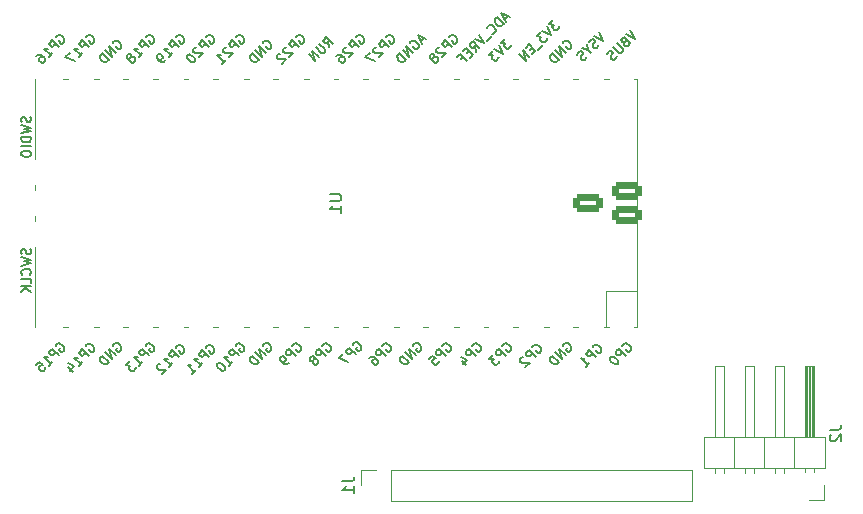
<source format=gbr>
%TF.GenerationSoftware,KiCad,Pcbnew,(6.0.6)*%
%TF.CreationDate,2022-08-15T00:38:18+08:00*%
%TF.ProjectId,15k-macropad-pico,31356b2d-6d61-4637-926f-7061642d7069,rev?*%
%TF.SameCoordinates,Original*%
%TF.FileFunction,Legend,Bot*%
%TF.FilePolarity,Positive*%
%FSLAX46Y46*%
G04 Gerber Fmt 4.6, Leading zero omitted, Abs format (unit mm)*
G04 Created by KiCad (PCBNEW (6.0.6)) date 2022-08-15 00:38:18*
%MOMM*%
%LPD*%
G01*
G04 APERTURE LIST*
G04 Aperture macros list*
%AMRoundRect*
0 Rectangle with rounded corners*
0 $1 Rounding radius*
0 $2 $3 $4 $5 $6 $7 $8 $9 X,Y pos of 4 corners*
0 Add a 4 corners polygon primitive as box body*
4,1,4,$2,$3,$4,$5,$6,$7,$8,$9,$2,$3,0*
0 Add four circle primitives for the rounded corners*
1,1,$1+$1,$2,$3*
1,1,$1+$1,$4,$5*
1,1,$1+$1,$6,$7*
1,1,$1+$1,$8,$9*
0 Add four rect primitives between the rounded corners*
20,1,$1+$1,$2,$3,$4,$5,0*
20,1,$1+$1,$4,$5,$6,$7,0*
20,1,$1+$1,$6,$7,$8,$9,0*
20,1,$1+$1,$8,$9,$2,$3,0*%
G04 Aperture macros list end*
%ADD10C,0.150000*%
%ADD11C,0.120000*%
%ADD12C,2.200000*%
%ADD13C,2.100000*%
%ADD14R,1.700000X3.500000*%
%ADD15O,1.700000X1.700000*%
%ADD16R,1.700000X1.700000*%
%ADD17R,3.500000X1.700000*%
%ADD18RoundRect,0.300000X0.950000X-0.450000X0.950000X0.450000X-0.950000X0.450000X-0.950000X-0.450000X0*%
G04 APERTURE END LIST*
D10*
%TO.C,U1*%
X140984880Y-74549095D02*
X141794404Y-74549095D01*
X141889642Y-74596714D01*
X141937261Y-74644333D01*
X141984880Y-74739571D01*
X141984880Y-74930047D01*
X141937261Y-75025285D01*
X141889642Y-75072904D01*
X141794404Y-75120523D01*
X140984880Y-75120523D01*
X141984880Y-76120523D02*
X141984880Y-75549095D01*
X141984880Y-75834809D02*
X140984880Y-75834809D01*
X141127738Y-75739571D01*
X141222976Y-75644333D01*
X141270595Y-75549095D01*
X120333092Y-87454722D02*
X120360029Y-87373910D01*
X120440841Y-87293097D01*
X120548591Y-87239223D01*
X120656341Y-87239223D01*
X120737153Y-87266160D01*
X120871840Y-87346972D01*
X120952652Y-87427784D01*
X121033464Y-87562471D01*
X121060402Y-87643284D01*
X121060402Y-87751033D01*
X121006527Y-87858783D01*
X120952652Y-87912658D01*
X120844902Y-87966532D01*
X120791028Y-87966532D01*
X120602466Y-87777971D01*
X120710215Y-87670221D01*
X120602466Y-88262844D02*
X120036780Y-87697158D01*
X119821281Y-87912658D01*
X119794344Y-87993470D01*
X119794344Y-88047345D01*
X119821281Y-88128157D01*
X119902093Y-88208969D01*
X119982906Y-88235906D01*
X120036780Y-88235906D01*
X120117593Y-88208969D01*
X120333092Y-87993470D01*
X119740469Y-89124841D02*
X120063718Y-88801592D01*
X119902093Y-88963216D02*
X119336408Y-88397531D01*
X119471095Y-88424468D01*
X119578845Y-88424468D01*
X119659657Y-88397531D01*
X118878472Y-89232590D02*
X119255596Y-89609714D01*
X118797660Y-88882404D02*
X119336408Y-89151778D01*
X118986222Y-89501964D01*
X120333092Y-61300722D02*
X120360029Y-61219910D01*
X120440841Y-61139097D01*
X120548591Y-61085223D01*
X120656341Y-61085223D01*
X120737153Y-61112160D01*
X120871840Y-61192972D01*
X120952652Y-61273784D01*
X121033464Y-61408471D01*
X121060402Y-61489284D01*
X121060402Y-61597033D01*
X121006527Y-61704783D01*
X120952652Y-61758658D01*
X120844902Y-61812532D01*
X120791028Y-61812532D01*
X120602466Y-61623971D01*
X120710215Y-61516221D01*
X120602466Y-62108844D02*
X120036780Y-61543158D01*
X119821281Y-61758658D01*
X119794344Y-61839470D01*
X119794344Y-61893345D01*
X119821281Y-61974157D01*
X119902093Y-62054969D01*
X119982906Y-62081906D01*
X120036780Y-62081906D01*
X120117593Y-62054969D01*
X120333092Y-61839470D01*
X119740469Y-62970841D02*
X120063718Y-62647592D01*
X119902093Y-62809216D02*
X119336408Y-62243531D01*
X119471095Y-62270468D01*
X119578845Y-62270468D01*
X119659657Y-62243531D01*
X118986222Y-62593717D02*
X118609098Y-62970841D01*
X119417220Y-63294089D01*
X159890808Y-59833131D02*
X159540622Y-60183317D01*
X159944683Y-60210255D01*
X159863870Y-60291067D01*
X159836933Y-60371879D01*
X159836933Y-60425754D01*
X159863870Y-60506566D01*
X159998557Y-60641253D01*
X160079370Y-60668190D01*
X160133244Y-60668190D01*
X160214057Y-60641253D01*
X160375681Y-60479629D01*
X160402618Y-60398816D01*
X160402618Y-60344942D01*
X159378997Y-60344942D02*
X159756121Y-61099189D01*
X159001874Y-60722065D01*
X158867187Y-60856752D02*
X158517000Y-61206938D01*
X158921061Y-61233876D01*
X158840249Y-61314688D01*
X158813312Y-61395500D01*
X158813312Y-61449375D01*
X158840249Y-61530187D01*
X158974936Y-61664874D01*
X159055748Y-61691812D01*
X159109623Y-61691812D01*
X159190435Y-61664874D01*
X159352060Y-61503250D01*
X159378997Y-61422438D01*
X159378997Y-61368563D01*
X159028811Y-61934248D02*
X158597812Y-62365247D01*
X158112939Y-62149748D02*
X157924377Y-62338309D01*
X158139877Y-62715433D02*
X158409251Y-62446059D01*
X157843565Y-61880374D01*
X157574191Y-62149748D01*
X157897440Y-62957870D02*
X157331755Y-62392184D01*
X157574191Y-63281118D01*
X157008506Y-62715433D01*
X130493092Y-87554722D02*
X130520029Y-87473910D01*
X130600841Y-87393097D01*
X130708591Y-87339223D01*
X130816341Y-87339223D01*
X130897153Y-87366160D01*
X131031840Y-87446972D01*
X131112652Y-87527784D01*
X131193464Y-87662471D01*
X131220402Y-87743284D01*
X131220402Y-87851033D01*
X131166527Y-87958783D01*
X131112652Y-88012658D01*
X131004902Y-88066532D01*
X130951028Y-88066532D01*
X130762466Y-87877971D01*
X130870215Y-87770221D01*
X130762466Y-88362844D02*
X130196780Y-87797158D01*
X129981281Y-88012658D01*
X129954344Y-88093470D01*
X129954344Y-88147345D01*
X129981281Y-88228157D01*
X130062093Y-88308969D01*
X130142906Y-88335906D01*
X130196780Y-88335906D01*
X130277593Y-88308969D01*
X130493092Y-88093470D01*
X129900469Y-89224841D02*
X130223718Y-88901592D01*
X130062093Y-89063216D02*
X129496408Y-88497531D01*
X129631095Y-88524468D01*
X129738845Y-88524468D01*
X129819657Y-88497531D01*
X129361721Y-89763589D02*
X129684970Y-89440340D01*
X129523345Y-89601964D02*
X128957660Y-89036279D01*
X129092347Y-89063216D01*
X129200097Y-89063216D01*
X129280909Y-89036279D01*
X140935935Y-62149375D02*
X140855122Y-61691439D01*
X141259183Y-61826126D02*
X140693498Y-61260441D01*
X140477999Y-61475940D01*
X140451061Y-61556752D01*
X140451061Y-61610627D01*
X140477999Y-61691439D01*
X140558811Y-61772251D01*
X140639623Y-61799189D01*
X140693498Y-61799189D01*
X140774310Y-61772251D01*
X140989809Y-61556752D01*
X140127812Y-61826126D02*
X140585748Y-62284062D01*
X140612686Y-62364874D01*
X140612686Y-62418749D01*
X140585748Y-62499561D01*
X140477999Y-62607311D01*
X140397187Y-62634248D01*
X140343312Y-62634248D01*
X140262500Y-62607311D01*
X139804564Y-62149375D01*
X140100875Y-62984435D02*
X139535190Y-62418749D01*
X139777626Y-63307683D01*
X139211941Y-62741998D01*
X125413092Y-61300722D02*
X125440029Y-61219910D01*
X125520841Y-61139097D01*
X125628591Y-61085223D01*
X125736341Y-61085223D01*
X125817153Y-61112160D01*
X125951840Y-61192972D01*
X126032652Y-61273784D01*
X126113464Y-61408471D01*
X126140402Y-61489284D01*
X126140402Y-61597033D01*
X126086527Y-61704783D01*
X126032652Y-61758658D01*
X125924902Y-61812532D01*
X125871028Y-61812532D01*
X125682466Y-61623971D01*
X125790215Y-61516221D01*
X125682466Y-62108844D02*
X125116780Y-61543158D01*
X124901281Y-61758658D01*
X124874344Y-61839470D01*
X124874344Y-61893345D01*
X124901281Y-61974157D01*
X124982093Y-62054969D01*
X125062906Y-62081906D01*
X125116780Y-62081906D01*
X125197593Y-62054969D01*
X125413092Y-61839470D01*
X124820469Y-62970841D02*
X125143718Y-62647592D01*
X124982093Y-62809216D02*
X124416408Y-62243531D01*
X124551095Y-62270468D01*
X124658845Y-62270468D01*
X124739657Y-62243531D01*
X124173971Y-62970841D02*
X124200909Y-62890028D01*
X124200909Y-62836154D01*
X124173971Y-62755341D01*
X124147034Y-62728404D01*
X124066222Y-62701467D01*
X124012347Y-62701467D01*
X123931535Y-62728404D01*
X123823785Y-62836154D01*
X123796848Y-62916966D01*
X123796848Y-62970841D01*
X123823785Y-63051653D01*
X123850723Y-63078590D01*
X123931535Y-63105528D01*
X123985410Y-63105528D01*
X124066222Y-63078590D01*
X124173971Y-62970841D01*
X124254784Y-62943903D01*
X124308658Y-62943903D01*
X124389471Y-62970841D01*
X124497220Y-63078590D01*
X124524158Y-63159402D01*
X124524158Y-63213277D01*
X124497220Y-63294089D01*
X124389471Y-63401839D01*
X124308658Y-63428776D01*
X124254784Y-63428776D01*
X124173971Y-63401839D01*
X124066222Y-63294089D01*
X124039284Y-63213277D01*
X124039284Y-63159402D01*
X124066222Y-63078590D01*
X143193092Y-61300722D02*
X143220029Y-61219910D01*
X143300841Y-61139097D01*
X143408591Y-61085223D01*
X143516341Y-61085223D01*
X143597153Y-61112160D01*
X143731840Y-61192972D01*
X143812652Y-61273784D01*
X143893464Y-61408471D01*
X143920402Y-61489284D01*
X143920402Y-61597033D01*
X143866527Y-61704783D01*
X143812652Y-61758658D01*
X143704902Y-61812532D01*
X143651028Y-61812532D01*
X143462466Y-61623971D01*
X143570215Y-61516221D01*
X143462466Y-62108844D02*
X142896780Y-61543158D01*
X142681281Y-61758658D01*
X142654344Y-61839470D01*
X142654344Y-61893345D01*
X142681281Y-61974157D01*
X142762093Y-62054969D01*
X142842906Y-62081906D01*
X142896780Y-62081906D01*
X142977593Y-62054969D01*
X143193092Y-61839470D01*
X142411907Y-62135781D02*
X142358032Y-62135781D01*
X142277220Y-62162719D01*
X142142533Y-62297406D01*
X142115596Y-62378218D01*
X142115596Y-62432093D01*
X142142533Y-62512905D01*
X142196408Y-62566780D01*
X142304158Y-62620654D01*
X142950655Y-62620654D01*
X142600469Y-62970841D01*
X141549910Y-62890028D02*
X141657660Y-62782279D01*
X141738472Y-62755341D01*
X141792347Y-62755341D01*
X141927034Y-62782279D01*
X142061721Y-62863091D01*
X142277220Y-63078590D01*
X142304158Y-63159402D01*
X142304158Y-63213277D01*
X142277220Y-63294089D01*
X142169471Y-63401839D01*
X142088658Y-63428776D01*
X142034784Y-63428776D01*
X141953971Y-63401839D01*
X141819284Y-63267152D01*
X141792347Y-63186340D01*
X141792347Y-63132465D01*
X141819284Y-63051653D01*
X141927034Y-62943903D01*
X142007846Y-62916966D01*
X142061721Y-62916966D01*
X142142533Y-62943903D01*
X163253718Y-87524096D02*
X163280655Y-87443284D01*
X163361467Y-87362471D01*
X163469217Y-87308597D01*
X163576967Y-87308597D01*
X163657779Y-87335534D01*
X163792466Y-87416346D01*
X163873278Y-87497158D01*
X163954090Y-87631845D01*
X163981028Y-87712658D01*
X163981028Y-87820407D01*
X163927153Y-87928157D01*
X163873278Y-87982032D01*
X163765528Y-88035906D01*
X163711654Y-88035906D01*
X163523092Y-87847345D01*
X163630841Y-87739595D01*
X163523092Y-88332218D02*
X162957406Y-87766532D01*
X162741907Y-87982032D01*
X162714970Y-88062844D01*
X162714970Y-88116719D01*
X162741907Y-88197531D01*
X162822719Y-88278343D01*
X162903532Y-88305280D01*
X162957406Y-88305280D01*
X163038219Y-88278343D01*
X163253718Y-88062844D01*
X162661095Y-89194215D02*
X162984344Y-88870966D01*
X162822719Y-89032590D02*
X162257034Y-88466905D01*
X162391721Y-88493842D01*
X162499471Y-88493842D01*
X162580283Y-88466905D01*
X150543718Y-87424096D02*
X150570655Y-87343284D01*
X150651467Y-87262471D01*
X150759217Y-87208597D01*
X150866967Y-87208597D01*
X150947779Y-87235534D01*
X151082466Y-87316346D01*
X151163278Y-87397158D01*
X151244090Y-87531845D01*
X151271028Y-87612658D01*
X151271028Y-87720407D01*
X151217153Y-87828157D01*
X151163278Y-87882032D01*
X151055528Y-87935906D01*
X151001654Y-87935906D01*
X150813092Y-87747345D01*
X150920841Y-87639595D01*
X150813092Y-88232218D02*
X150247406Y-87666532D01*
X150031907Y-87882032D01*
X150004970Y-87962844D01*
X150004970Y-88016719D01*
X150031907Y-88097531D01*
X150112719Y-88178343D01*
X150193532Y-88205280D01*
X150247406Y-88205280D01*
X150328219Y-88178343D01*
X150543718Y-87962844D01*
X149412347Y-88501592D02*
X149681721Y-88232218D01*
X149978032Y-88474654D01*
X149924158Y-88474654D01*
X149843345Y-88501592D01*
X149708658Y-88636279D01*
X149681721Y-88717091D01*
X149681721Y-88770966D01*
X149708658Y-88851778D01*
X149843345Y-88986465D01*
X149924158Y-89013402D01*
X149978032Y-89013402D01*
X150058845Y-88986465D01*
X150193532Y-88851778D01*
X150220469Y-88770966D01*
X150220469Y-88717091D01*
X137843718Y-87424096D02*
X137870655Y-87343284D01*
X137951467Y-87262471D01*
X138059217Y-87208597D01*
X138166967Y-87208597D01*
X138247779Y-87235534D01*
X138382466Y-87316346D01*
X138463278Y-87397158D01*
X138544090Y-87531845D01*
X138571028Y-87612658D01*
X138571028Y-87720407D01*
X138517153Y-87828157D01*
X138463278Y-87882032D01*
X138355528Y-87935906D01*
X138301654Y-87935906D01*
X138113092Y-87747345D01*
X138220841Y-87639595D01*
X138113092Y-88232218D02*
X137547406Y-87666532D01*
X137331907Y-87882032D01*
X137304970Y-87962844D01*
X137304970Y-88016719D01*
X137331907Y-88097531D01*
X137412719Y-88178343D01*
X137493532Y-88205280D01*
X137547406Y-88205280D01*
X137628219Y-88178343D01*
X137843718Y-87962844D01*
X137520469Y-88824841D02*
X137412719Y-88932590D01*
X137331907Y-88959528D01*
X137278032Y-88959528D01*
X137143345Y-88932590D01*
X137008658Y-88851778D01*
X136793159Y-88636279D01*
X136766222Y-88555467D01*
X136766222Y-88501592D01*
X136793159Y-88420780D01*
X136900909Y-88313030D01*
X136981721Y-88286093D01*
X137035596Y-88286093D01*
X137116408Y-88313030D01*
X137251095Y-88447717D01*
X137278032Y-88528529D01*
X137278032Y-88582404D01*
X137251095Y-88663216D01*
X137143345Y-88770966D01*
X137062533Y-88797903D01*
X137008658Y-88797903D01*
X136927846Y-88770966D01*
X117793092Y-61300722D02*
X117820029Y-61219910D01*
X117900841Y-61139097D01*
X118008591Y-61085223D01*
X118116341Y-61085223D01*
X118197153Y-61112160D01*
X118331840Y-61192972D01*
X118412652Y-61273784D01*
X118493464Y-61408471D01*
X118520402Y-61489284D01*
X118520402Y-61597033D01*
X118466527Y-61704783D01*
X118412652Y-61758658D01*
X118304902Y-61812532D01*
X118251028Y-61812532D01*
X118062466Y-61623971D01*
X118170215Y-61516221D01*
X118062466Y-62108844D02*
X117496780Y-61543158D01*
X117281281Y-61758658D01*
X117254344Y-61839470D01*
X117254344Y-61893345D01*
X117281281Y-61974157D01*
X117362093Y-62054969D01*
X117442906Y-62081906D01*
X117496780Y-62081906D01*
X117577593Y-62054969D01*
X117793092Y-61839470D01*
X117200469Y-62970841D02*
X117523718Y-62647592D01*
X117362093Y-62809216D02*
X116796408Y-62243531D01*
X116931095Y-62270468D01*
X117038845Y-62270468D01*
X117119657Y-62243531D01*
X116149910Y-62890028D02*
X116257660Y-62782279D01*
X116338472Y-62755341D01*
X116392347Y-62755341D01*
X116527034Y-62782279D01*
X116661721Y-62863091D01*
X116877220Y-63078590D01*
X116904158Y-63159402D01*
X116904158Y-63213277D01*
X116877220Y-63294089D01*
X116769471Y-63401839D01*
X116688658Y-63428776D01*
X116634784Y-63428776D01*
X116553971Y-63401839D01*
X116419284Y-63267152D01*
X116392347Y-63186340D01*
X116392347Y-63132465D01*
X116419284Y-63051653D01*
X116527034Y-62943903D01*
X116607846Y-62916966D01*
X116661721Y-62916966D01*
X116742533Y-62943903D01*
X127953092Y-61300722D02*
X127980029Y-61219910D01*
X128060841Y-61139097D01*
X128168591Y-61085223D01*
X128276341Y-61085223D01*
X128357153Y-61112160D01*
X128491840Y-61192972D01*
X128572652Y-61273784D01*
X128653464Y-61408471D01*
X128680402Y-61489284D01*
X128680402Y-61597033D01*
X128626527Y-61704783D01*
X128572652Y-61758658D01*
X128464902Y-61812532D01*
X128411028Y-61812532D01*
X128222466Y-61623971D01*
X128330215Y-61516221D01*
X128222466Y-62108844D02*
X127656780Y-61543158D01*
X127441281Y-61758658D01*
X127414344Y-61839470D01*
X127414344Y-61893345D01*
X127441281Y-61974157D01*
X127522093Y-62054969D01*
X127602906Y-62081906D01*
X127656780Y-62081906D01*
X127737593Y-62054969D01*
X127953092Y-61839470D01*
X127360469Y-62970841D02*
X127683718Y-62647592D01*
X127522093Y-62809216D02*
X126956408Y-62243531D01*
X127091095Y-62270468D01*
X127198845Y-62270468D01*
X127279657Y-62243531D01*
X127091095Y-63240215D02*
X126983345Y-63347964D01*
X126902533Y-63374902D01*
X126848658Y-63374902D01*
X126713971Y-63347964D01*
X126579284Y-63267152D01*
X126363785Y-63051653D01*
X126336848Y-62970841D01*
X126336848Y-62916966D01*
X126363785Y-62836154D01*
X126471535Y-62728404D01*
X126552347Y-62701467D01*
X126606222Y-62701467D01*
X126687034Y-62728404D01*
X126821721Y-62863091D01*
X126848658Y-62943903D01*
X126848658Y-62997778D01*
X126821721Y-63078590D01*
X126713971Y-63186340D01*
X126633159Y-63213277D01*
X126579284Y-63213277D01*
X126498472Y-63186340D01*
X155823092Y-61400847D02*
X155472906Y-61751033D01*
X155876967Y-61777971D01*
X155796154Y-61858783D01*
X155769217Y-61939595D01*
X155769217Y-61993470D01*
X155796154Y-62074282D01*
X155930841Y-62208969D01*
X156011654Y-62235906D01*
X156065528Y-62235906D01*
X156146341Y-62208969D01*
X156307965Y-62047345D01*
X156334902Y-61966532D01*
X156334902Y-61912658D01*
X155311281Y-61912658D02*
X155688405Y-62666905D01*
X154934158Y-62289781D01*
X154799471Y-62424468D02*
X154449284Y-62774654D01*
X154853345Y-62801592D01*
X154772533Y-62882404D01*
X154745596Y-62963216D01*
X154745596Y-63017091D01*
X154772533Y-63097903D01*
X154907220Y-63232590D01*
X154988032Y-63259528D01*
X155041907Y-63259528D01*
X155122719Y-63232590D01*
X155284344Y-63070966D01*
X155311281Y-62990154D01*
X155311281Y-62936279D01*
X122630655Y-61797158D02*
X122657593Y-61716346D01*
X122738405Y-61635534D01*
X122846154Y-61581659D01*
X122953904Y-61581659D01*
X123034716Y-61608597D01*
X123169403Y-61689409D01*
X123250215Y-61770221D01*
X123331028Y-61904908D01*
X123357965Y-61985720D01*
X123357965Y-62093470D01*
X123304090Y-62201219D01*
X123250215Y-62255094D01*
X123142466Y-62308969D01*
X123088591Y-62308969D01*
X122900029Y-62120407D01*
X123007779Y-62012658D01*
X122900029Y-62605280D02*
X122334344Y-62039595D01*
X122576780Y-62928529D01*
X122011095Y-62362844D01*
X122307406Y-63197903D02*
X121741721Y-62632218D01*
X121607034Y-62766905D01*
X121553159Y-62874654D01*
X121553159Y-62982404D01*
X121580097Y-63063216D01*
X121660909Y-63197903D01*
X121741721Y-63278715D01*
X121876408Y-63359528D01*
X121957220Y-63386465D01*
X122064970Y-63386465D01*
X122172719Y-63332590D01*
X122307406Y-63197903D01*
X153083718Y-87424096D02*
X153110655Y-87343284D01*
X153191467Y-87262471D01*
X153299217Y-87208597D01*
X153406967Y-87208597D01*
X153487779Y-87235534D01*
X153622466Y-87316346D01*
X153703278Y-87397158D01*
X153784090Y-87531845D01*
X153811028Y-87612658D01*
X153811028Y-87720407D01*
X153757153Y-87828157D01*
X153703278Y-87882032D01*
X153595528Y-87935906D01*
X153541654Y-87935906D01*
X153353092Y-87747345D01*
X153460841Y-87639595D01*
X153353092Y-88232218D02*
X152787406Y-87666532D01*
X152571907Y-87882032D01*
X152544970Y-87962844D01*
X152544970Y-88016719D01*
X152571907Y-88097531D01*
X152652719Y-88178343D01*
X152733532Y-88205280D01*
X152787406Y-88205280D01*
X152868219Y-88178343D01*
X153083718Y-87962844D01*
X152167846Y-88663216D02*
X152544970Y-89040340D01*
X152087034Y-88313030D02*
X152625782Y-88582404D01*
X152275596Y-88932590D01*
X160730655Y-87397158D02*
X160757593Y-87316346D01*
X160838405Y-87235534D01*
X160946154Y-87181659D01*
X161053904Y-87181659D01*
X161134716Y-87208597D01*
X161269403Y-87289409D01*
X161350215Y-87370221D01*
X161431028Y-87504908D01*
X161457965Y-87585720D01*
X161457965Y-87693470D01*
X161404090Y-87801219D01*
X161350215Y-87855094D01*
X161242466Y-87908969D01*
X161188591Y-87908969D01*
X161000029Y-87720407D01*
X161107779Y-87612658D01*
X161000029Y-88205280D02*
X160434344Y-87639595D01*
X160676780Y-88528529D01*
X160111095Y-87962844D01*
X160407406Y-88797903D02*
X159841721Y-88232218D01*
X159707034Y-88366905D01*
X159653159Y-88474654D01*
X159653159Y-88582404D01*
X159680097Y-88663216D01*
X159760909Y-88797903D01*
X159841721Y-88878715D01*
X159976408Y-88959528D01*
X160057220Y-88986465D01*
X160164970Y-88986465D01*
X160272719Y-88932590D01*
X160407406Y-88797903D01*
X127953092Y-87554722D02*
X127980029Y-87473910D01*
X128060841Y-87393097D01*
X128168591Y-87339223D01*
X128276341Y-87339223D01*
X128357153Y-87366160D01*
X128491840Y-87446972D01*
X128572652Y-87527784D01*
X128653464Y-87662471D01*
X128680402Y-87743284D01*
X128680402Y-87851033D01*
X128626527Y-87958783D01*
X128572652Y-88012658D01*
X128464902Y-88066532D01*
X128411028Y-88066532D01*
X128222466Y-87877971D01*
X128330215Y-87770221D01*
X128222466Y-88362844D02*
X127656780Y-87797158D01*
X127441281Y-88012658D01*
X127414344Y-88093470D01*
X127414344Y-88147345D01*
X127441281Y-88228157D01*
X127522093Y-88308969D01*
X127602906Y-88335906D01*
X127656780Y-88335906D01*
X127737593Y-88308969D01*
X127953092Y-88093470D01*
X127360469Y-89224841D02*
X127683718Y-88901592D01*
X127522093Y-89063216D02*
X126956408Y-88497531D01*
X127091095Y-88524468D01*
X127198845Y-88524468D01*
X127279657Y-88497531D01*
X126633159Y-88928529D02*
X126579284Y-88928529D01*
X126498472Y-88955467D01*
X126363785Y-89090154D01*
X126336848Y-89170966D01*
X126336848Y-89224841D01*
X126363785Y-89305653D01*
X126417660Y-89359528D01*
X126525410Y-89413402D01*
X127171907Y-89413402D01*
X126821721Y-89763589D01*
X148973464Y-61354597D02*
X148704090Y-61623971D01*
X149188963Y-61462346D02*
X148434716Y-61085223D01*
X148811840Y-61839470D01*
X147788219Y-61785595D02*
X147815156Y-61704783D01*
X147895968Y-61623971D01*
X148003718Y-61570096D01*
X148111467Y-61570096D01*
X148192280Y-61597033D01*
X148326967Y-61677845D01*
X148407779Y-61758658D01*
X148488591Y-61893345D01*
X148515528Y-61974157D01*
X148515528Y-62081906D01*
X148461654Y-62189656D01*
X148407779Y-62243531D01*
X148300029Y-62297406D01*
X148246154Y-62297406D01*
X148057593Y-62108844D01*
X148165342Y-62001094D01*
X148057593Y-62593717D02*
X147491907Y-62028032D01*
X147734344Y-62916966D01*
X147168658Y-62351280D01*
X147464970Y-63186340D02*
X146899284Y-62620654D01*
X146764597Y-62755341D01*
X146710723Y-62863091D01*
X146710723Y-62970841D01*
X146737660Y-63051653D01*
X146818472Y-63186340D01*
X146899284Y-63267152D01*
X147033971Y-63347964D01*
X147114784Y-63374902D01*
X147222533Y-63374902D01*
X147330283Y-63321027D01*
X147464970Y-63186340D01*
X163782466Y-60831473D02*
X164159589Y-61585720D01*
X163405342Y-61208597D01*
X163782466Y-61908969D02*
X163728591Y-62016719D01*
X163593904Y-62151406D01*
X163513092Y-62178343D01*
X163459217Y-62178343D01*
X163378405Y-62151406D01*
X163324530Y-62097531D01*
X163297593Y-62016719D01*
X163297593Y-61962844D01*
X163324530Y-61882032D01*
X163405342Y-61747345D01*
X163432280Y-61666532D01*
X163432280Y-61612658D01*
X163405342Y-61531845D01*
X163351467Y-61477971D01*
X163270655Y-61451033D01*
X163216780Y-61451033D01*
X163135968Y-61477971D01*
X163001281Y-61612658D01*
X162947406Y-61720407D01*
X162866594Y-62339967D02*
X163135968Y-62609341D01*
X162758845Y-61855094D02*
X162866594Y-62339967D01*
X162381721Y-62232218D01*
X162758845Y-62932590D02*
X162704970Y-63040340D01*
X162570283Y-63175027D01*
X162489471Y-63201964D01*
X162435596Y-63201964D01*
X162354784Y-63175027D01*
X162300909Y-63121152D01*
X162273971Y-63040340D01*
X162273971Y-62986465D01*
X162300909Y-62905653D01*
X162381721Y-62770966D01*
X162408658Y-62690154D01*
X162408658Y-62636279D01*
X162381721Y-62555467D01*
X162327846Y-62501592D01*
X162247034Y-62474654D01*
X162193159Y-62474654D01*
X162112347Y-62501592D01*
X161977660Y-62636279D01*
X161923785Y-62744028D01*
X158163718Y-87524096D02*
X158190655Y-87443284D01*
X158271467Y-87362471D01*
X158379217Y-87308597D01*
X158486967Y-87308597D01*
X158567779Y-87335534D01*
X158702466Y-87416346D01*
X158783278Y-87497158D01*
X158864090Y-87631845D01*
X158891028Y-87712658D01*
X158891028Y-87820407D01*
X158837153Y-87928157D01*
X158783278Y-87982032D01*
X158675528Y-88035906D01*
X158621654Y-88035906D01*
X158433092Y-87847345D01*
X158540841Y-87739595D01*
X158433092Y-88332218D02*
X157867406Y-87766532D01*
X157651907Y-87982032D01*
X157624970Y-88062844D01*
X157624970Y-88116719D01*
X157651907Y-88197531D01*
X157732719Y-88278343D01*
X157813532Y-88305280D01*
X157867406Y-88305280D01*
X157948219Y-88278343D01*
X158163718Y-88062844D01*
X157382533Y-88359155D02*
X157328658Y-88359155D01*
X157247846Y-88386093D01*
X157113159Y-88520780D01*
X157086222Y-88601592D01*
X157086222Y-88655467D01*
X157113159Y-88736279D01*
X157167034Y-88790154D01*
X157274784Y-88844028D01*
X157921281Y-88844028D01*
X157571095Y-89194215D01*
X115656309Y-68015761D02*
X115694404Y-68130047D01*
X115694404Y-68320523D01*
X115656309Y-68396714D01*
X115618214Y-68434809D01*
X115542023Y-68472904D01*
X115465833Y-68472904D01*
X115389642Y-68434809D01*
X115351547Y-68396714D01*
X115313452Y-68320523D01*
X115275357Y-68168142D01*
X115237261Y-68091952D01*
X115199166Y-68053857D01*
X115122976Y-68015761D01*
X115046785Y-68015761D01*
X114970595Y-68053857D01*
X114932500Y-68091952D01*
X114894404Y-68168142D01*
X114894404Y-68358619D01*
X114932500Y-68472904D01*
X114894404Y-68739571D02*
X115694404Y-68930047D01*
X115122976Y-69082428D01*
X115694404Y-69234809D01*
X114894404Y-69425285D01*
X115694404Y-69730047D02*
X114894404Y-69730047D01*
X114894404Y-69920523D01*
X114932500Y-70034809D01*
X115008690Y-70111000D01*
X115084880Y-70149095D01*
X115237261Y-70187190D01*
X115351547Y-70187190D01*
X115503928Y-70149095D01*
X115580119Y-70111000D01*
X115656309Y-70034809D01*
X115694404Y-69920523D01*
X115694404Y-69730047D01*
X115694404Y-70530047D02*
X114894404Y-70530047D01*
X114894404Y-71063380D02*
X114894404Y-71215761D01*
X114932500Y-71291952D01*
X115008690Y-71368142D01*
X115161071Y-71406238D01*
X115427738Y-71406238D01*
X115580119Y-71368142D01*
X115656309Y-71291952D01*
X115694404Y-71215761D01*
X115694404Y-71063380D01*
X115656309Y-70987190D01*
X115580119Y-70911000D01*
X115427738Y-70872904D01*
X115161071Y-70872904D01*
X115008690Y-70911000D01*
X114932500Y-70987190D01*
X114894404Y-71063380D01*
X133033092Y-87408722D02*
X133060029Y-87327910D01*
X133140841Y-87247097D01*
X133248591Y-87193223D01*
X133356341Y-87193223D01*
X133437153Y-87220160D01*
X133571840Y-87300972D01*
X133652652Y-87381784D01*
X133733464Y-87516471D01*
X133760402Y-87597284D01*
X133760402Y-87705033D01*
X133706527Y-87812783D01*
X133652652Y-87866658D01*
X133544902Y-87920532D01*
X133491028Y-87920532D01*
X133302466Y-87731971D01*
X133410215Y-87624221D01*
X133302466Y-88216844D02*
X132736780Y-87651158D01*
X132521281Y-87866658D01*
X132494344Y-87947470D01*
X132494344Y-88001345D01*
X132521281Y-88082157D01*
X132602093Y-88162969D01*
X132682906Y-88189906D01*
X132736780Y-88189906D01*
X132817593Y-88162969D01*
X133033092Y-87947470D01*
X132440469Y-89078841D02*
X132763718Y-88755592D01*
X132602093Y-88917216D02*
X132036408Y-88351531D01*
X132171095Y-88378468D01*
X132278845Y-88378468D01*
X132359657Y-88351531D01*
X131524597Y-88863341D02*
X131470723Y-88917216D01*
X131443785Y-88998028D01*
X131443785Y-89051903D01*
X131470723Y-89132715D01*
X131551535Y-89267402D01*
X131686222Y-89402089D01*
X131820909Y-89482902D01*
X131901721Y-89509839D01*
X131955596Y-89509839D01*
X132036408Y-89482902D01*
X132090283Y-89429027D01*
X132117220Y-89348215D01*
X132117220Y-89294340D01*
X132090283Y-89213528D01*
X132009471Y-89078841D01*
X131874784Y-88944154D01*
X131740097Y-88863341D01*
X131659284Y-88836404D01*
X131605410Y-88836404D01*
X131524597Y-88863341D01*
X156066273Y-59465788D02*
X155796899Y-59735162D01*
X156281772Y-59573537D02*
X155527525Y-59196414D01*
X155904649Y-59950661D01*
X155716087Y-60139223D02*
X155150402Y-59573537D01*
X155015715Y-59708224D01*
X154961840Y-59815974D01*
X154961840Y-59923723D01*
X154988777Y-60004536D01*
X155069589Y-60139223D01*
X155150402Y-60220035D01*
X155285089Y-60300847D01*
X155365901Y-60327784D01*
X155473650Y-60327784D01*
X155581400Y-60273910D01*
X155716087Y-60139223D01*
X154773278Y-60974282D02*
X154827153Y-60974282D01*
X154934902Y-60920407D01*
X154988777Y-60866532D01*
X155042652Y-60758783D01*
X155042652Y-60651033D01*
X155015715Y-60570221D01*
X154934902Y-60435534D01*
X154854090Y-60354722D01*
X154719403Y-60273910D01*
X154638591Y-60246972D01*
X154530841Y-60246972D01*
X154423092Y-60300847D01*
X154369217Y-60354722D01*
X154315342Y-60462471D01*
X154315342Y-60516346D01*
X154773278Y-61189781D02*
X154342280Y-61620780D01*
X153668845Y-61055094D02*
X154045968Y-61809341D01*
X153291721Y-61432218D01*
X153345596Y-62509714D02*
X153264784Y-62051778D01*
X153668845Y-62186465D02*
X153103159Y-61620780D01*
X152887660Y-61836279D01*
X152860723Y-61917091D01*
X152860723Y-61970966D01*
X152887660Y-62051778D01*
X152968472Y-62132590D01*
X153049284Y-62159528D01*
X153103159Y-62159528D01*
X153183971Y-62132590D01*
X153399471Y-61917091D01*
X152806848Y-62455839D02*
X152618286Y-62644401D01*
X152833785Y-63021524D02*
X153103159Y-62752150D01*
X152537474Y-62186465D01*
X152268100Y-62455839D01*
X152106475Y-63156211D02*
X152295037Y-62967650D01*
X152591349Y-63263961D02*
X152025663Y-62698276D01*
X151756289Y-62967650D01*
X115656309Y-79201476D02*
X115694404Y-79315761D01*
X115694404Y-79506238D01*
X115656309Y-79582428D01*
X115618214Y-79620523D01*
X115542023Y-79658619D01*
X115465833Y-79658619D01*
X115389642Y-79620523D01*
X115351547Y-79582428D01*
X115313452Y-79506238D01*
X115275357Y-79353857D01*
X115237261Y-79277666D01*
X115199166Y-79239571D01*
X115122976Y-79201476D01*
X115046785Y-79201476D01*
X114970595Y-79239571D01*
X114932500Y-79277666D01*
X114894404Y-79353857D01*
X114894404Y-79544333D01*
X114932500Y-79658619D01*
X114894404Y-79925285D02*
X115694404Y-80115761D01*
X115122976Y-80268142D01*
X115694404Y-80420523D01*
X114894404Y-80611000D01*
X115618214Y-81372904D02*
X115656309Y-81334809D01*
X115694404Y-81220523D01*
X115694404Y-81144333D01*
X115656309Y-81030047D01*
X115580119Y-80953857D01*
X115503928Y-80915761D01*
X115351547Y-80877666D01*
X115237261Y-80877666D01*
X115084880Y-80915761D01*
X115008690Y-80953857D01*
X114932500Y-81030047D01*
X114894404Y-81144333D01*
X114894404Y-81220523D01*
X114932500Y-81334809D01*
X114970595Y-81372904D01*
X115694404Y-82096714D02*
X115694404Y-81715761D01*
X114894404Y-81715761D01*
X115694404Y-82363380D02*
X114894404Y-82363380D01*
X115694404Y-82820523D02*
X115237261Y-82477666D01*
X114894404Y-82820523D02*
X115351547Y-82363380D01*
X135330655Y-61797158D02*
X135357593Y-61716346D01*
X135438405Y-61635534D01*
X135546154Y-61581659D01*
X135653904Y-61581659D01*
X135734716Y-61608597D01*
X135869403Y-61689409D01*
X135950215Y-61770221D01*
X136031028Y-61904908D01*
X136057965Y-61985720D01*
X136057965Y-62093470D01*
X136004090Y-62201219D01*
X135950215Y-62255094D01*
X135842466Y-62308969D01*
X135788591Y-62308969D01*
X135600029Y-62120407D01*
X135707779Y-62012658D01*
X135600029Y-62605280D02*
X135034344Y-62039595D01*
X135276780Y-62928529D01*
X134711095Y-62362844D01*
X135007406Y-63197903D02*
X134441721Y-62632218D01*
X134307034Y-62766905D01*
X134253159Y-62874654D01*
X134253159Y-62982404D01*
X134280097Y-63063216D01*
X134360909Y-63197903D01*
X134441721Y-63278715D01*
X134576408Y-63359528D01*
X134657220Y-63386465D01*
X134764970Y-63386465D01*
X134872719Y-63332590D01*
X135007406Y-63197903D01*
X138113092Y-61300722D02*
X138140029Y-61219910D01*
X138220841Y-61139097D01*
X138328591Y-61085223D01*
X138436341Y-61085223D01*
X138517153Y-61112160D01*
X138651840Y-61192972D01*
X138732652Y-61273784D01*
X138813464Y-61408471D01*
X138840402Y-61489284D01*
X138840402Y-61597033D01*
X138786527Y-61704783D01*
X138732652Y-61758658D01*
X138624902Y-61812532D01*
X138571028Y-61812532D01*
X138382466Y-61623971D01*
X138490215Y-61516221D01*
X138382466Y-62108844D02*
X137816780Y-61543158D01*
X137601281Y-61758658D01*
X137574344Y-61839470D01*
X137574344Y-61893345D01*
X137601281Y-61974157D01*
X137682093Y-62054969D01*
X137762906Y-62081906D01*
X137816780Y-62081906D01*
X137897593Y-62054969D01*
X138113092Y-61839470D01*
X137331907Y-62135781D02*
X137278032Y-62135781D01*
X137197220Y-62162719D01*
X137062533Y-62297406D01*
X137035596Y-62378218D01*
X137035596Y-62432093D01*
X137062533Y-62512905D01*
X137116408Y-62566780D01*
X137224158Y-62620654D01*
X137870655Y-62620654D01*
X137520469Y-62970841D01*
X136793159Y-62674529D02*
X136739284Y-62674529D01*
X136658472Y-62701467D01*
X136523785Y-62836154D01*
X136496848Y-62916966D01*
X136496848Y-62970841D01*
X136523785Y-63051653D01*
X136577660Y-63105528D01*
X136685410Y-63159402D01*
X137331907Y-63159402D01*
X136981721Y-63509589D01*
X145463718Y-87424096D02*
X145490655Y-87343284D01*
X145571467Y-87262471D01*
X145679217Y-87208597D01*
X145786967Y-87208597D01*
X145867779Y-87235534D01*
X146002466Y-87316346D01*
X146083278Y-87397158D01*
X146164090Y-87531845D01*
X146191028Y-87612658D01*
X146191028Y-87720407D01*
X146137153Y-87828157D01*
X146083278Y-87882032D01*
X145975528Y-87935906D01*
X145921654Y-87935906D01*
X145733092Y-87747345D01*
X145840841Y-87639595D01*
X145733092Y-88232218D02*
X145167406Y-87666532D01*
X144951907Y-87882032D01*
X144924970Y-87962844D01*
X144924970Y-88016719D01*
X144951907Y-88097531D01*
X145032719Y-88178343D01*
X145113532Y-88205280D01*
X145167406Y-88205280D01*
X145248219Y-88178343D01*
X145463718Y-87962844D01*
X144359284Y-88474654D02*
X144467034Y-88366905D01*
X144547846Y-88339967D01*
X144601721Y-88339967D01*
X144736408Y-88366905D01*
X144871095Y-88447717D01*
X145086594Y-88663216D01*
X145113532Y-88744028D01*
X145113532Y-88797903D01*
X145086594Y-88878715D01*
X144978845Y-88986465D01*
X144898032Y-89013402D01*
X144844158Y-89013402D01*
X144763345Y-88986465D01*
X144628658Y-88851778D01*
X144601721Y-88770966D01*
X144601721Y-88717091D01*
X144628658Y-88636279D01*
X144736408Y-88528529D01*
X144817220Y-88501592D01*
X144871095Y-88501592D01*
X144951907Y-88528529D01*
X166459809Y-60664129D02*
X166836933Y-61418377D01*
X166082686Y-61041253D01*
X165974936Y-61687751D02*
X165921061Y-61795500D01*
X165921061Y-61849375D01*
X165947999Y-61930187D01*
X166028811Y-62010999D01*
X166109623Y-62037937D01*
X166163498Y-62037937D01*
X166244310Y-62010999D01*
X166459809Y-61795500D01*
X165894124Y-61229815D01*
X165705562Y-61418377D01*
X165678625Y-61499189D01*
X165678625Y-61553064D01*
X165705562Y-61633876D01*
X165759437Y-61687751D01*
X165840249Y-61714688D01*
X165894124Y-61714688D01*
X165974936Y-61687751D01*
X166163498Y-61499189D01*
X165328438Y-61795500D02*
X165786374Y-62253436D01*
X165813312Y-62334248D01*
X165813312Y-62388123D01*
X165786374Y-62468935D01*
X165678625Y-62576685D01*
X165597812Y-62603622D01*
X165543938Y-62603622D01*
X165463125Y-62576685D01*
X165005190Y-62118749D01*
X165301501Y-62899934D02*
X165247626Y-63007683D01*
X165112939Y-63142370D01*
X165032127Y-63169308D01*
X164978252Y-63169308D01*
X164897440Y-63142370D01*
X164843565Y-63088496D01*
X164816628Y-63007683D01*
X164816628Y-62953809D01*
X164843565Y-62872996D01*
X164924377Y-62738309D01*
X164951315Y-62657497D01*
X164951315Y-62603622D01*
X164924377Y-62522810D01*
X164870503Y-62468935D01*
X164789690Y-62441998D01*
X164735816Y-62441998D01*
X164655003Y-62468935D01*
X164520316Y-62603622D01*
X164466442Y-62711372D01*
X133023092Y-61300722D02*
X133050029Y-61219910D01*
X133130841Y-61139097D01*
X133238591Y-61085223D01*
X133346341Y-61085223D01*
X133427153Y-61112160D01*
X133561840Y-61192972D01*
X133642652Y-61273784D01*
X133723464Y-61408471D01*
X133750402Y-61489284D01*
X133750402Y-61597033D01*
X133696527Y-61704783D01*
X133642652Y-61758658D01*
X133534902Y-61812532D01*
X133481028Y-61812532D01*
X133292466Y-61623971D01*
X133400215Y-61516221D01*
X133292466Y-62108844D02*
X132726780Y-61543158D01*
X132511281Y-61758658D01*
X132484344Y-61839470D01*
X132484344Y-61893345D01*
X132511281Y-61974157D01*
X132592093Y-62054969D01*
X132672906Y-62081906D01*
X132726780Y-62081906D01*
X132807593Y-62054969D01*
X133023092Y-61839470D01*
X132241907Y-62135781D02*
X132188032Y-62135781D01*
X132107220Y-62162719D01*
X131972533Y-62297406D01*
X131945596Y-62378218D01*
X131945596Y-62432093D01*
X131972533Y-62512905D01*
X132026408Y-62566780D01*
X132134158Y-62620654D01*
X132780655Y-62620654D01*
X132430469Y-62970841D01*
X131891721Y-63509589D02*
X132214970Y-63186340D01*
X132053345Y-63347964D02*
X131487660Y-62782279D01*
X131622347Y-62809216D01*
X131730097Y-62809216D01*
X131810909Y-62782279D01*
X160730655Y-61797158D02*
X160757593Y-61716346D01*
X160838405Y-61635534D01*
X160946154Y-61581659D01*
X161053904Y-61581659D01*
X161134716Y-61608597D01*
X161269403Y-61689409D01*
X161350215Y-61770221D01*
X161431028Y-61904908D01*
X161457965Y-61985720D01*
X161457965Y-62093470D01*
X161404090Y-62201219D01*
X161350215Y-62255094D01*
X161242466Y-62308969D01*
X161188591Y-62308969D01*
X161000029Y-62120407D01*
X161107779Y-62012658D01*
X161000029Y-62605280D02*
X160434344Y-62039595D01*
X160676780Y-62928529D01*
X160111095Y-62362844D01*
X160407406Y-63197903D02*
X159841721Y-62632218D01*
X159707034Y-62766905D01*
X159653159Y-62874654D01*
X159653159Y-62982404D01*
X159680097Y-63063216D01*
X159760909Y-63197903D01*
X159841721Y-63278715D01*
X159976408Y-63359528D01*
X160057220Y-63386465D01*
X160164970Y-63386465D01*
X160272719Y-63332590D01*
X160407406Y-63197903D01*
X140383718Y-87424096D02*
X140410655Y-87343284D01*
X140491467Y-87262471D01*
X140599217Y-87208597D01*
X140706967Y-87208597D01*
X140787779Y-87235534D01*
X140922466Y-87316346D01*
X141003278Y-87397158D01*
X141084090Y-87531845D01*
X141111028Y-87612658D01*
X141111028Y-87720407D01*
X141057153Y-87828157D01*
X141003278Y-87882032D01*
X140895528Y-87935906D01*
X140841654Y-87935906D01*
X140653092Y-87747345D01*
X140760841Y-87639595D01*
X140653092Y-88232218D02*
X140087406Y-87666532D01*
X139871907Y-87882032D01*
X139844970Y-87962844D01*
X139844970Y-88016719D01*
X139871907Y-88097531D01*
X139952719Y-88178343D01*
X140033532Y-88205280D01*
X140087406Y-88205280D01*
X140168219Y-88178343D01*
X140383718Y-87962844D01*
X139683345Y-88555467D02*
X139710283Y-88474654D01*
X139710283Y-88420780D01*
X139683345Y-88339967D01*
X139656408Y-88313030D01*
X139575596Y-88286093D01*
X139521721Y-88286093D01*
X139440909Y-88313030D01*
X139333159Y-88420780D01*
X139306222Y-88501592D01*
X139306222Y-88555467D01*
X139333159Y-88636279D01*
X139360097Y-88663216D01*
X139440909Y-88690154D01*
X139494784Y-88690154D01*
X139575596Y-88663216D01*
X139683345Y-88555467D01*
X139764158Y-88528529D01*
X139818032Y-88528529D01*
X139898845Y-88555467D01*
X140006594Y-88663216D01*
X140033532Y-88744028D01*
X140033532Y-88797903D01*
X140006594Y-88878715D01*
X139898845Y-88986465D01*
X139818032Y-89013402D01*
X139764158Y-89013402D01*
X139683345Y-88986465D01*
X139575596Y-88878715D01*
X139548658Y-88797903D01*
X139548658Y-88744028D01*
X139575596Y-88663216D01*
X165783718Y-87424096D02*
X165810655Y-87343284D01*
X165891467Y-87262471D01*
X165999217Y-87208597D01*
X166106967Y-87208597D01*
X166187779Y-87235534D01*
X166322466Y-87316346D01*
X166403278Y-87397158D01*
X166484090Y-87531845D01*
X166511028Y-87612658D01*
X166511028Y-87720407D01*
X166457153Y-87828157D01*
X166403278Y-87882032D01*
X166295528Y-87935906D01*
X166241654Y-87935906D01*
X166053092Y-87747345D01*
X166160841Y-87639595D01*
X166053092Y-88232218D02*
X165487406Y-87666532D01*
X165271907Y-87882032D01*
X165244970Y-87962844D01*
X165244970Y-88016719D01*
X165271907Y-88097531D01*
X165352719Y-88178343D01*
X165433532Y-88205280D01*
X165487406Y-88205280D01*
X165568219Y-88178343D01*
X165783718Y-87962844D01*
X164813971Y-88339967D02*
X164760097Y-88393842D01*
X164733159Y-88474654D01*
X164733159Y-88528529D01*
X164760097Y-88609341D01*
X164840909Y-88744028D01*
X164975596Y-88878715D01*
X165110283Y-88959528D01*
X165191095Y-88986465D01*
X165244970Y-88986465D01*
X165325782Y-88959528D01*
X165379657Y-88905653D01*
X165406594Y-88824841D01*
X165406594Y-88770966D01*
X165379657Y-88690154D01*
X165298845Y-88555467D01*
X165164158Y-88420780D01*
X165029471Y-88339967D01*
X164948658Y-88313030D01*
X164894784Y-88313030D01*
X164813971Y-88339967D01*
X151067092Y-61300722D02*
X151094029Y-61219910D01*
X151174841Y-61139097D01*
X151282591Y-61085223D01*
X151390341Y-61085223D01*
X151471153Y-61112160D01*
X151605840Y-61192972D01*
X151686652Y-61273784D01*
X151767464Y-61408471D01*
X151794402Y-61489284D01*
X151794402Y-61597033D01*
X151740527Y-61704783D01*
X151686652Y-61758658D01*
X151578902Y-61812532D01*
X151525028Y-61812532D01*
X151336466Y-61623971D01*
X151444215Y-61516221D01*
X151336466Y-62108844D02*
X150770780Y-61543158D01*
X150555281Y-61758658D01*
X150528344Y-61839470D01*
X150528344Y-61893345D01*
X150555281Y-61974157D01*
X150636093Y-62054969D01*
X150716906Y-62081906D01*
X150770780Y-62081906D01*
X150851593Y-62054969D01*
X151067092Y-61839470D01*
X150285907Y-62135781D02*
X150232032Y-62135781D01*
X150151220Y-62162719D01*
X150016533Y-62297406D01*
X149989596Y-62378218D01*
X149989596Y-62432093D01*
X150016533Y-62512905D01*
X150070408Y-62566780D01*
X150178158Y-62620654D01*
X150824655Y-62620654D01*
X150474469Y-62970841D01*
X149827971Y-62970841D02*
X149854909Y-62890028D01*
X149854909Y-62836154D01*
X149827971Y-62755341D01*
X149801034Y-62728404D01*
X149720222Y-62701467D01*
X149666347Y-62701467D01*
X149585535Y-62728404D01*
X149477785Y-62836154D01*
X149450848Y-62916966D01*
X149450848Y-62970841D01*
X149477785Y-63051653D01*
X149504723Y-63078590D01*
X149585535Y-63105528D01*
X149639410Y-63105528D01*
X149720222Y-63078590D01*
X149827971Y-62970841D01*
X149908784Y-62943903D01*
X149962658Y-62943903D01*
X150043471Y-62970841D01*
X150151220Y-63078590D01*
X150178158Y-63159402D01*
X150178158Y-63213277D01*
X150151220Y-63294089D01*
X150043471Y-63401839D01*
X149962658Y-63428776D01*
X149908784Y-63428776D01*
X149827971Y-63401839D01*
X149720222Y-63294089D01*
X149693284Y-63213277D01*
X149693284Y-63159402D01*
X149720222Y-63078590D01*
X125413092Y-87408722D02*
X125440029Y-87327910D01*
X125520841Y-87247097D01*
X125628591Y-87193223D01*
X125736341Y-87193223D01*
X125817153Y-87220160D01*
X125951840Y-87300972D01*
X126032652Y-87381784D01*
X126113464Y-87516471D01*
X126140402Y-87597284D01*
X126140402Y-87705033D01*
X126086527Y-87812783D01*
X126032652Y-87866658D01*
X125924902Y-87920532D01*
X125871028Y-87920532D01*
X125682466Y-87731971D01*
X125790215Y-87624221D01*
X125682466Y-88216844D02*
X125116780Y-87651158D01*
X124901281Y-87866658D01*
X124874344Y-87947470D01*
X124874344Y-88001345D01*
X124901281Y-88082157D01*
X124982093Y-88162969D01*
X125062906Y-88189906D01*
X125116780Y-88189906D01*
X125197593Y-88162969D01*
X125413092Y-87947470D01*
X124820469Y-89078841D02*
X125143718Y-88755592D01*
X124982093Y-88917216D02*
X124416408Y-88351531D01*
X124551095Y-88378468D01*
X124658845Y-88378468D01*
X124739657Y-88351531D01*
X124066222Y-88701717D02*
X123716036Y-89051903D01*
X124120097Y-89078841D01*
X124039284Y-89159653D01*
X124012347Y-89240465D01*
X124012347Y-89294340D01*
X124039284Y-89375152D01*
X124173971Y-89509839D01*
X124254784Y-89536776D01*
X124308658Y-89536776D01*
X124389471Y-89509839D01*
X124551095Y-89348215D01*
X124578032Y-89267402D01*
X124578032Y-89213528D01*
X155623718Y-87424096D02*
X155650655Y-87343284D01*
X155731467Y-87262471D01*
X155839217Y-87208597D01*
X155946967Y-87208597D01*
X156027779Y-87235534D01*
X156162466Y-87316346D01*
X156243278Y-87397158D01*
X156324090Y-87531845D01*
X156351028Y-87612658D01*
X156351028Y-87720407D01*
X156297153Y-87828157D01*
X156243278Y-87882032D01*
X156135528Y-87935906D01*
X156081654Y-87935906D01*
X155893092Y-87747345D01*
X156000841Y-87639595D01*
X155893092Y-88232218D02*
X155327406Y-87666532D01*
X155111907Y-87882032D01*
X155084970Y-87962844D01*
X155084970Y-88016719D01*
X155111907Y-88097531D01*
X155192719Y-88178343D01*
X155273532Y-88205280D01*
X155327406Y-88205280D01*
X155408219Y-88178343D01*
X155623718Y-87962844D01*
X154815596Y-88178343D02*
X154465410Y-88528529D01*
X154869471Y-88555467D01*
X154788658Y-88636279D01*
X154761721Y-88717091D01*
X154761721Y-88770966D01*
X154788658Y-88851778D01*
X154923345Y-88986465D01*
X155004158Y-89013402D01*
X155058032Y-89013402D01*
X155138845Y-88986465D01*
X155300469Y-88824841D01*
X155327406Y-88744028D01*
X155327406Y-88690154D01*
X148030655Y-87397158D02*
X148057593Y-87316346D01*
X148138405Y-87235534D01*
X148246154Y-87181659D01*
X148353904Y-87181659D01*
X148434716Y-87208597D01*
X148569403Y-87289409D01*
X148650215Y-87370221D01*
X148731028Y-87504908D01*
X148757965Y-87585720D01*
X148757965Y-87693470D01*
X148704090Y-87801219D01*
X148650215Y-87855094D01*
X148542466Y-87908969D01*
X148488591Y-87908969D01*
X148300029Y-87720407D01*
X148407779Y-87612658D01*
X148300029Y-88205280D02*
X147734344Y-87639595D01*
X147976780Y-88528529D01*
X147411095Y-87962844D01*
X147707406Y-88797903D02*
X147141721Y-88232218D01*
X147007034Y-88366905D01*
X146953159Y-88474654D01*
X146953159Y-88582404D01*
X146980097Y-88663216D01*
X147060909Y-88797903D01*
X147141721Y-88878715D01*
X147276408Y-88959528D01*
X147357220Y-88986465D01*
X147464970Y-88986465D01*
X147572719Y-88932590D01*
X147707406Y-88797903D01*
X135330655Y-87397158D02*
X135357593Y-87316346D01*
X135438405Y-87235534D01*
X135546154Y-87181659D01*
X135653904Y-87181659D01*
X135734716Y-87208597D01*
X135869403Y-87289409D01*
X135950215Y-87370221D01*
X136031028Y-87504908D01*
X136057965Y-87585720D01*
X136057965Y-87693470D01*
X136004090Y-87801219D01*
X135950215Y-87855094D01*
X135842466Y-87908969D01*
X135788591Y-87908969D01*
X135600029Y-87720407D01*
X135707779Y-87612658D01*
X135600029Y-88205280D02*
X135034344Y-87639595D01*
X135276780Y-88528529D01*
X134711095Y-87962844D01*
X135007406Y-88797903D02*
X134441721Y-88232218D01*
X134307034Y-88366905D01*
X134253159Y-88474654D01*
X134253159Y-88582404D01*
X134280097Y-88663216D01*
X134360909Y-88797903D01*
X134441721Y-88878715D01*
X134576408Y-88959528D01*
X134657220Y-88986465D01*
X134764970Y-88986465D01*
X134872719Y-88932590D01*
X135007406Y-88797903D01*
X130493092Y-61300722D02*
X130520029Y-61219910D01*
X130600841Y-61139097D01*
X130708591Y-61085223D01*
X130816341Y-61085223D01*
X130897153Y-61112160D01*
X131031840Y-61192972D01*
X131112652Y-61273784D01*
X131193464Y-61408471D01*
X131220402Y-61489284D01*
X131220402Y-61597033D01*
X131166527Y-61704783D01*
X131112652Y-61758658D01*
X131004902Y-61812532D01*
X130951028Y-61812532D01*
X130762466Y-61623971D01*
X130870215Y-61516221D01*
X130762466Y-62108844D02*
X130196780Y-61543158D01*
X129981281Y-61758658D01*
X129954344Y-61839470D01*
X129954344Y-61893345D01*
X129981281Y-61974157D01*
X130062093Y-62054969D01*
X130142906Y-62081906D01*
X130196780Y-62081906D01*
X130277593Y-62054969D01*
X130493092Y-61839470D01*
X129711907Y-62135781D02*
X129658032Y-62135781D01*
X129577220Y-62162719D01*
X129442533Y-62297406D01*
X129415596Y-62378218D01*
X129415596Y-62432093D01*
X129442533Y-62512905D01*
X129496408Y-62566780D01*
X129604158Y-62620654D01*
X130250655Y-62620654D01*
X129900469Y-62970841D01*
X128984597Y-62755341D02*
X128930723Y-62809216D01*
X128903785Y-62890028D01*
X128903785Y-62943903D01*
X128930723Y-63024715D01*
X129011535Y-63159402D01*
X129146222Y-63294089D01*
X129280909Y-63374902D01*
X129361721Y-63401839D01*
X129415596Y-63401839D01*
X129496408Y-63374902D01*
X129550283Y-63321027D01*
X129577220Y-63240215D01*
X129577220Y-63186340D01*
X129550283Y-63105528D01*
X129469471Y-62970841D01*
X129334784Y-62836154D01*
X129200097Y-62755341D01*
X129119284Y-62728404D01*
X129065410Y-62728404D01*
X128984597Y-62755341D01*
X145723092Y-61300722D02*
X145750029Y-61219910D01*
X145830841Y-61139097D01*
X145938591Y-61085223D01*
X146046341Y-61085223D01*
X146127153Y-61112160D01*
X146261840Y-61192972D01*
X146342652Y-61273784D01*
X146423464Y-61408471D01*
X146450402Y-61489284D01*
X146450402Y-61597033D01*
X146396527Y-61704783D01*
X146342652Y-61758658D01*
X146234902Y-61812532D01*
X146181028Y-61812532D01*
X145992466Y-61623971D01*
X146100215Y-61516221D01*
X145992466Y-62108844D02*
X145426780Y-61543158D01*
X145211281Y-61758658D01*
X145184344Y-61839470D01*
X145184344Y-61893345D01*
X145211281Y-61974157D01*
X145292093Y-62054969D01*
X145372906Y-62081906D01*
X145426780Y-62081906D01*
X145507593Y-62054969D01*
X145723092Y-61839470D01*
X144941907Y-62135781D02*
X144888032Y-62135781D01*
X144807220Y-62162719D01*
X144672533Y-62297406D01*
X144645596Y-62378218D01*
X144645596Y-62432093D01*
X144672533Y-62512905D01*
X144726408Y-62566780D01*
X144834158Y-62620654D01*
X145480655Y-62620654D01*
X145130469Y-62970841D01*
X144376222Y-62593717D02*
X143999098Y-62970841D01*
X144807220Y-63294089D01*
X122630655Y-87397158D02*
X122657593Y-87316346D01*
X122738405Y-87235534D01*
X122846154Y-87181659D01*
X122953904Y-87181659D01*
X123034716Y-87208597D01*
X123169403Y-87289409D01*
X123250215Y-87370221D01*
X123331028Y-87504908D01*
X123357965Y-87585720D01*
X123357965Y-87693470D01*
X123304090Y-87801219D01*
X123250215Y-87855094D01*
X123142466Y-87908969D01*
X123088591Y-87908969D01*
X122900029Y-87720407D01*
X123007779Y-87612658D01*
X122900029Y-88205280D02*
X122334344Y-87639595D01*
X122576780Y-88528529D01*
X122011095Y-87962844D01*
X122307406Y-88797903D02*
X121741721Y-88232218D01*
X121607034Y-88366905D01*
X121553159Y-88474654D01*
X121553159Y-88582404D01*
X121580097Y-88663216D01*
X121660909Y-88797903D01*
X121741721Y-88878715D01*
X121876408Y-88959528D01*
X121957220Y-88986465D01*
X122064970Y-88986465D01*
X122172719Y-88932590D01*
X122307406Y-88797903D01*
X142953718Y-87324096D02*
X142980655Y-87243284D01*
X143061467Y-87162471D01*
X143169217Y-87108597D01*
X143276967Y-87108597D01*
X143357779Y-87135534D01*
X143492466Y-87216346D01*
X143573278Y-87297158D01*
X143654090Y-87431845D01*
X143681028Y-87512658D01*
X143681028Y-87620407D01*
X143627153Y-87728157D01*
X143573278Y-87782032D01*
X143465528Y-87835906D01*
X143411654Y-87835906D01*
X143223092Y-87647345D01*
X143330841Y-87539595D01*
X143223092Y-88132218D02*
X142657406Y-87566532D01*
X142441907Y-87782032D01*
X142414970Y-87862844D01*
X142414970Y-87916719D01*
X142441907Y-87997531D01*
X142522719Y-88078343D01*
X142603532Y-88105280D01*
X142657406Y-88105280D01*
X142738219Y-88078343D01*
X142953718Y-87862844D01*
X142145596Y-88078343D02*
X141768472Y-88455467D01*
X142576594Y-88778715D01*
X117793092Y-87408722D02*
X117820029Y-87327910D01*
X117900841Y-87247097D01*
X118008591Y-87193223D01*
X118116341Y-87193223D01*
X118197153Y-87220160D01*
X118331840Y-87300972D01*
X118412652Y-87381784D01*
X118493464Y-87516471D01*
X118520402Y-87597284D01*
X118520402Y-87705033D01*
X118466527Y-87812783D01*
X118412652Y-87866658D01*
X118304902Y-87920532D01*
X118251028Y-87920532D01*
X118062466Y-87731971D01*
X118170215Y-87624221D01*
X118062466Y-88216844D02*
X117496780Y-87651158D01*
X117281281Y-87866658D01*
X117254344Y-87947470D01*
X117254344Y-88001345D01*
X117281281Y-88082157D01*
X117362093Y-88162969D01*
X117442906Y-88189906D01*
X117496780Y-88189906D01*
X117577593Y-88162969D01*
X117793092Y-87947470D01*
X117200469Y-89078841D02*
X117523718Y-88755592D01*
X117362093Y-88917216D02*
X116796408Y-88351531D01*
X116931095Y-88378468D01*
X117038845Y-88378468D01*
X117119657Y-88351531D01*
X116122973Y-89024966D02*
X116392347Y-88755592D01*
X116688658Y-88998028D01*
X116634784Y-88998028D01*
X116553971Y-89024966D01*
X116419284Y-89159653D01*
X116392347Y-89240465D01*
X116392347Y-89294340D01*
X116419284Y-89375152D01*
X116553971Y-89509839D01*
X116634784Y-89536776D01*
X116688658Y-89536776D01*
X116769471Y-89509839D01*
X116904158Y-89375152D01*
X116931095Y-89294340D01*
X116931095Y-89240465D01*
%TO.C,J1*%
X142061130Y-98885416D02*
X142775416Y-98885416D01*
X142918273Y-98837797D01*
X143013511Y-98742559D01*
X143061130Y-98599702D01*
X143061130Y-98504464D01*
X143061130Y-99885416D02*
X143061130Y-99313988D01*
X143061130Y-99599702D02*
X142061130Y-99599702D01*
X142203988Y-99504464D01*
X142299226Y-99409226D01*
X142346845Y-99313988D01*
%TO.C,J2*%
X183322380Y-94500416D02*
X184036666Y-94500416D01*
X184179523Y-94452797D01*
X184274761Y-94357559D01*
X184322380Y-94214702D01*
X184322380Y-94119464D01*
X183417619Y-94928988D02*
X183370000Y-94976607D01*
X183322380Y-95071845D01*
X183322380Y-95309940D01*
X183370000Y-95405178D01*
X183417619Y-95452797D01*
X183512857Y-95500416D01*
X183608095Y-95500416D01*
X183750952Y-95452797D01*
X184322380Y-94881369D01*
X184322380Y-95500416D01*
D11*
%TO.C,U1*%
X146832500Y-64811000D02*
X146432500Y-64811000D01*
X151932500Y-64811000D02*
X151532500Y-64811000D01*
X146832500Y-85811000D02*
X146432500Y-85811000D01*
X118832500Y-64811000D02*
X118432500Y-64811000D01*
X154432500Y-64811000D02*
X154032500Y-64811000D01*
X126432500Y-85811000D02*
X126032500Y-85811000D01*
X129032500Y-85811000D02*
X128632500Y-85811000D01*
X116032500Y-64811000D02*
X116032500Y-71611000D01*
X134132500Y-64811000D02*
X133732500Y-64811000D01*
X159532500Y-64811000D02*
X159132500Y-64811000D01*
X134132500Y-85811000D02*
X133732500Y-85811000D01*
X131532500Y-85811000D02*
X131132500Y-85811000D01*
X156932500Y-64811000D02*
X156532500Y-64811000D01*
X151932500Y-85811000D02*
X151532500Y-85811000D01*
X136632500Y-64811000D02*
X136232500Y-64811000D01*
X162032500Y-64811000D02*
X161632500Y-64811000D01*
X131532500Y-64811000D02*
X131132500Y-64811000D01*
X167032500Y-64811000D02*
X166732500Y-64811000D01*
X139232500Y-64811000D02*
X138832500Y-64811000D01*
X136632500Y-85811000D02*
X136232500Y-85811000D01*
X164365500Y-82804000D02*
X167032500Y-82804000D01*
X164365500Y-85811000D02*
X164365500Y-82804000D01*
X149332500Y-85811000D02*
X148932500Y-85811000D01*
X123932500Y-64811000D02*
X123532500Y-64811000D01*
X116032500Y-79011000D02*
X116032500Y-85811000D01*
X141732500Y-85811000D02*
X141332500Y-85811000D01*
X116032500Y-76811000D02*
X116032500Y-76411000D01*
X141732500Y-64811000D02*
X141332500Y-64811000D01*
X121432500Y-85811000D02*
X121032500Y-85811000D01*
X167032500Y-85811000D02*
X166732500Y-85811000D01*
X121432500Y-64811000D02*
X121032500Y-64811000D01*
X149332500Y-64811000D02*
X148932500Y-64811000D01*
X123932500Y-85811000D02*
X123532500Y-85811000D01*
X144232500Y-85811000D02*
X143832500Y-85811000D01*
X159532500Y-85811000D02*
X159132500Y-85811000D01*
X156932500Y-85811000D02*
X156532500Y-85811000D01*
X154432500Y-85811000D02*
X154032500Y-85811000D01*
X139232500Y-85811000D02*
X138832500Y-85811000D01*
X162032500Y-85811000D02*
X161632500Y-85811000D01*
X116032500Y-74211000D02*
X116032500Y-73811000D01*
X118832500Y-85811000D02*
X118432500Y-85811000D01*
X144232500Y-64811000D02*
X143832500Y-64811000D01*
X167032500Y-85811000D02*
X167032500Y-64811000D01*
X129032500Y-64811000D02*
X128632500Y-64811000D01*
X126432500Y-64811000D02*
X126032500Y-64811000D01*
X164632500Y-85811000D02*
X164232500Y-85811000D01*
X164632500Y-64811000D02*
X164232500Y-64811000D01*
%TO.C,J1*%
X144938750Y-97888750D02*
X143608750Y-97888750D01*
X146208750Y-97888750D02*
X171668750Y-97888750D01*
X171668750Y-97888750D02*
X171668750Y-100548750D01*
X146208750Y-100548750D02*
X171668750Y-100548750D01*
X146208750Y-97888750D02*
X146208750Y-100548750D01*
X143608750Y-97888750D02*
X143608750Y-99218750D01*
%TO.C,J2*%
X179440000Y-98175821D02*
X179440000Y-97778750D01*
X181800000Y-95118750D02*
X181800000Y-89118750D01*
X175250000Y-97778750D02*
X175250000Y-95118750D01*
X181980000Y-95118750D02*
X181980000Y-89118750D01*
X180330000Y-97778750D02*
X180330000Y-95118750D01*
X176140000Y-89118750D02*
X176140000Y-95118750D01*
X181920000Y-95118750D02*
X181920000Y-89118750D01*
X176900000Y-95118750D02*
X176900000Y-89118750D01*
X176900000Y-89118750D02*
X176140000Y-89118750D01*
X176900000Y-98175821D02*
X176900000Y-97778750D01*
X179440000Y-95118750D02*
X179440000Y-89118750D01*
X182870000Y-100488750D02*
X182870000Y-99218750D01*
X181600000Y-100488750D02*
X182870000Y-100488750D01*
X182930000Y-95118750D02*
X182930000Y-97778750D01*
X181440000Y-95118750D02*
X181440000Y-89118750D01*
X172650000Y-97778750D02*
X172650000Y-95118750D01*
X178680000Y-89118750D02*
X178680000Y-95118750D01*
X174360000Y-95118750D02*
X174360000Y-89118750D01*
X173600000Y-98175821D02*
X173600000Y-97778750D01*
X181980000Y-98108750D02*
X181980000Y-97778750D01*
X172650000Y-95118750D02*
X182930000Y-95118750D01*
X181320000Y-95118750D02*
X181320000Y-89118750D01*
X179440000Y-89118750D02*
X178680000Y-89118750D01*
X181220000Y-98108750D02*
X181220000Y-97778750D01*
X181680000Y-95118750D02*
X181680000Y-89118750D01*
X181980000Y-89118750D02*
X181220000Y-89118750D01*
X174360000Y-89118750D02*
X173600000Y-89118750D01*
X178680000Y-98175821D02*
X178680000Y-97778750D01*
X182930000Y-97778750D02*
X172650000Y-97778750D01*
X181220000Y-89118750D02*
X181220000Y-95118750D01*
X174360000Y-98175821D02*
X174360000Y-97778750D01*
X181560000Y-95118750D02*
X181560000Y-89118750D01*
X173600000Y-89118750D02*
X173600000Y-95118750D01*
X176140000Y-98175821D02*
X176140000Y-97778750D01*
X177790000Y-97778750D02*
X177790000Y-95118750D01*
%TD*%
%LPC*%
D12*
%TO.C,H1*%
X98425000Y-57943750D03*
%TD*%
%TO.C,H3*%
X184150000Y-57943750D03*
%TD*%
%TO.C,H2*%
X96837500Y-100806250D03*
%TD*%
%TO.C,H4*%
X185737500Y-100806250D03*
%TD*%
%TO.C,H4*%
X185737500Y-100806250D03*
%TD*%
D13*
%TO.C,U1*%
X118032500Y-81011000D03*
X165032500Y-69611000D03*
X165032500Y-81011000D03*
X118032500Y-69611000D03*
D14*
X165662500Y-85101000D03*
D15*
X165662500Y-84201000D03*
X163122500Y-84201000D03*
D14*
X163122500Y-85101000D03*
X160582500Y-85101000D03*
D16*
X160582500Y-84201000D03*
D14*
X158042500Y-85101000D03*
D15*
X158042500Y-84201000D03*
D14*
X155502500Y-85101000D03*
D15*
X155502500Y-84201000D03*
D14*
X152962500Y-85101000D03*
D15*
X152962500Y-84201000D03*
D14*
X150422500Y-85101000D03*
D15*
X150422500Y-84201000D03*
D16*
X147882500Y-84201000D03*
D14*
X147882500Y-85101000D03*
D15*
X145342500Y-84201000D03*
D14*
X145342500Y-85101000D03*
D15*
X142802500Y-84201000D03*
D14*
X142802500Y-85101000D03*
X140262500Y-85101000D03*
D15*
X140262500Y-84201000D03*
D14*
X137722500Y-85101000D03*
D15*
X137722500Y-84201000D03*
D16*
X135182500Y-84201000D03*
D14*
X135182500Y-85101000D03*
X132642500Y-85101000D03*
D15*
X132642500Y-84201000D03*
D14*
X130102500Y-85101000D03*
D15*
X130102500Y-84201000D03*
X127562500Y-84201000D03*
D14*
X127562500Y-85101000D03*
X125022500Y-85101000D03*
D15*
X125022500Y-84201000D03*
D14*
X122482500Y-85101000D03*
D16*
X122482500Y-84201000D03*
D14*
X119942500Y-85101000D03*
D15*
X119942500Y-84201000D03*
X117402500Y-84201000D03*
D14*
X117402500Y-85101000D03*
D15*
X117402500Y-66421000D03*
D14*
X117402500Y-65521000D03*
X119942500Y-65521000D03*
D15*
X119942500Y-66421000D03*
D16*
X122482500Y-66421000D03*
D14*
X122482500Y-65521000D03*
D15*
X125022500Y-66421000D03*
D14*
X125022500Y-65521000D03*
X127562500Y-65521000D03*
D15*
X127562500Y-66421000D03*
D14*
X130102500Y-65521000D03*
D15*
X130102500Y-66421000D03*
X132642500Y-66421000D03*
D14*
X132642500Y-65521000D03*
D16*
X135182500Y-66421000D03*
D14*
X135182500Y-65521000D03*
D15*
X137722500Y-66421000D03*
D14*
X137722500Y-65521000D03*
D15*
X140262500Y-66421000D03*
D14*
X140262500Y-65521000D03*
X142802500Y-65521000D03*
D15*
X142802500Y-66421000D03*
X145342500Y-66421000D03*
D14*
X145342500Y-65521000D03*
X147882500Y-65521000D03*
D16*
X147882500Y-66421000D03*
D15*
X150422500Y-66421000D03*
D14*
X150422500Y-65521000D03*
D15*
X152962500Y-66421000D03*
D14*
X152962500Y-65521000D03*
X155502500Y-65521000D03*
D15*
X155502500Y-66421000D03*
X158042500Y-66421000D03*
D14*
X158042500Y-65521000D03*
D16*
X160582500Y-66421000D03*
D14*
X160582500Y-65521000D03*
D15*
X163122500Y-66421000D03*
D14*
X163122500Y-65521000D03*
X165662500Y-65521000D03*
D15*
X165662500Y-66421000D03*
D17*
X116732500Y-77851000D03*
D15*
X117632500Y-77851000D03*
D16*
X117632500Y-75311000D03*
D17*
X116732500Y-75311000D03*
X116732500Y-72771000D03*
D15*
X117632500Y-72771000D03*
D18*
X162902500Y-75311000D03*
X166182500Y-74311000D03*
X166202500Y-76311000D03*
%TD*%
D16*
%TO.C,J1*%
X144938750Y-99218750D03*
D15*
X147478750Y-99218750D03*
X150018750Y-99218750D03*
X152558750Y-99218750D03*
X155098750Y-99218750D03*
X157638750Y-99218750D03*
X160178750Y-99218750D03*
X162718750Y-99218750D03*
X165258750Y-99218750D03*
X167798750Y-99218750D03*
X170338750Y-99218750D03*
%TD*%
D16*
%TO.C,J2*%
X181600000Y-99218750D03*
D15*
X179060000Y-99218750D03*
X176520000Y-99218750D03*
X173980000Y-99218750D03*
%TD*%
M02*

</source>
